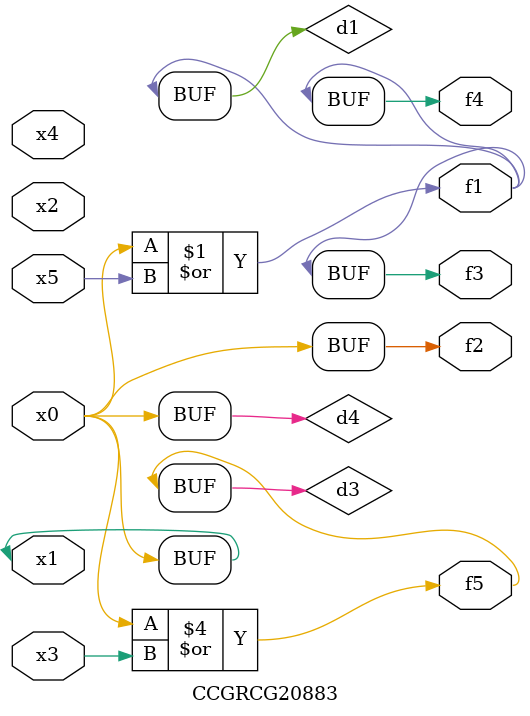
<source format=v>
module CCGRCG20883(
	input x0, x1, x2, x3, x4, x5,
	output f1, f2, f3, f4, f5
);

	wire d1, d2, d3, d4;

	or (d1, x0, x5);
	xnor (d2, x1, x4);
	or (d3, x0, x3);
	buf (d4, x0, x1);
	assign f1 = d1;
	assign f2 = d4;
	assign f3 = d1;
	assign f4 = d1;
	assign f5 = d3;
endmodule

</source>
